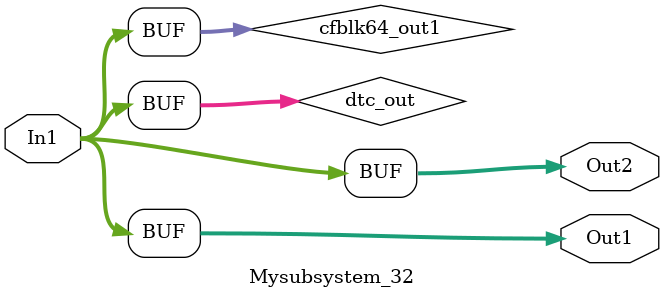
<source format=v>



`timescale 1 ns / 1 ns

module Mysubsystem_32
          (In1,
           Out1,
           Out2);


  input   [7:0] In1;  // uint8
  output  [7:0] Out1;  // uint8
  output  [7:0] Out2;  // uint8


  wire [7:0] dtc_out;  // ufix8
  wire [7:0] cfblk64_out1;  // uint8


  assign dtc_out = In1;



  assign cfblk64_out1 = dtc_out;



  assign Out1 = cfblk64_out1;

  assign Out2 = cfblk64_out1;

endmodule  // Mysubsystem_32


</source>
